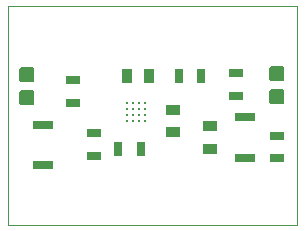
<source format=gtp>
G04 Layer_Color=8421504*
%FSAX44Y44*%
%MOMM*%
G71*
G01*
G75*
G04:AMPARAMS|DCode=10|XSize=1.27mm|YSize=1.27mm|CornerRadius=0.1588mm|HoleSize=0mm|Usage=FLASHONLY|Rotation=270.000|XOffset=0mm|YOffset=0mm|HoleType=Round|Shape=RoundedRectangle|*
%AMROUNDEDRECTD10*
21,1,1.2700,0.9525,0,0,270.0*
21,1,0.9525,1.2700,0,0,270.0*
1,1,0.3175,-0.4763,-0.4763*
1,1,0.3175,-0.4763,0.4763*
1,1,0.3175,0.4763,0.4763*
1,1,0.3175,0.4763,-0.4763*
%
%ADD10ROUNDEDRECTD10*%
%ADD11R,1.3000X0.7000*%
%ADD12R,1.7000X0.8000*%
%ADD13R,1.3000X0.9000*%
%ADD14R,0.7000X1.3000*%
%ADD15C,0.2900*%
%ADD16R,0.9000X1.3000*%
%ADD20C,0.1016*%
D10*
X00248000Y00127525D02*
D03*
Y00108475D02*
D03*
X00036000Y00107475D02*
D03*
Y00126525D02*
D03*
D11*
X00213000Y00109500D02*
D03*
Y00128500D02*
D03*
X00248000Y00075500D02*
D03*
Y00056500D02*
D03*
X00093000Y00077500D02*
D03*
Y00058500D02*
D03*
X00075000Y00122500D02*
D03*
Y00103500D02*
D03*
D12*
X00221000Y00057000D02*
D03*
Y00091000D02*
D03*
X00050000Y00085000D02*
D03*
Y00051000D02*
D03*
D13*
X00191000Y00083500D02*
D03*
Y00064500D02*
D03*
X00160000Y00097500D02*
D03*
Y00078500D02*
D03*
D14*
X00164500Y00126000D02*
D03*
X00183500D02*
D03*
X00113500Y00064000D02*
D03*
X00132500D02*
D03*
D15*
X00136000Y00103000D02*
D03*
X00131000D02*
D03*
X00126000D02*
D03*
X00121000D02*
D03*
X00136000Y00098000D02*
D03*
X00131000D02*
D03*
X00126000D02*
D03*
X00121000D02*
D03*
X00136000Y00093000D02*
D03*
X00131000D02*
D03*
X00126000D02*
D03*
X00121000D02*
D03*
X00136000Y00088000D02*
D03*
X00131000D02*
D03*
X00126000D02*
D03*
X00121000D02*
D03*
D16*
X00120500Y00126000D02*
D03*
X00139500D02*
D03*
D20*
X00020000Y00000000D02*
Y00185000D01*
X00265000D01*
Y00000000D02*
Y00185000D01*
X00020000Y00000000D02*
X00265000D01*
M02*

</source>
